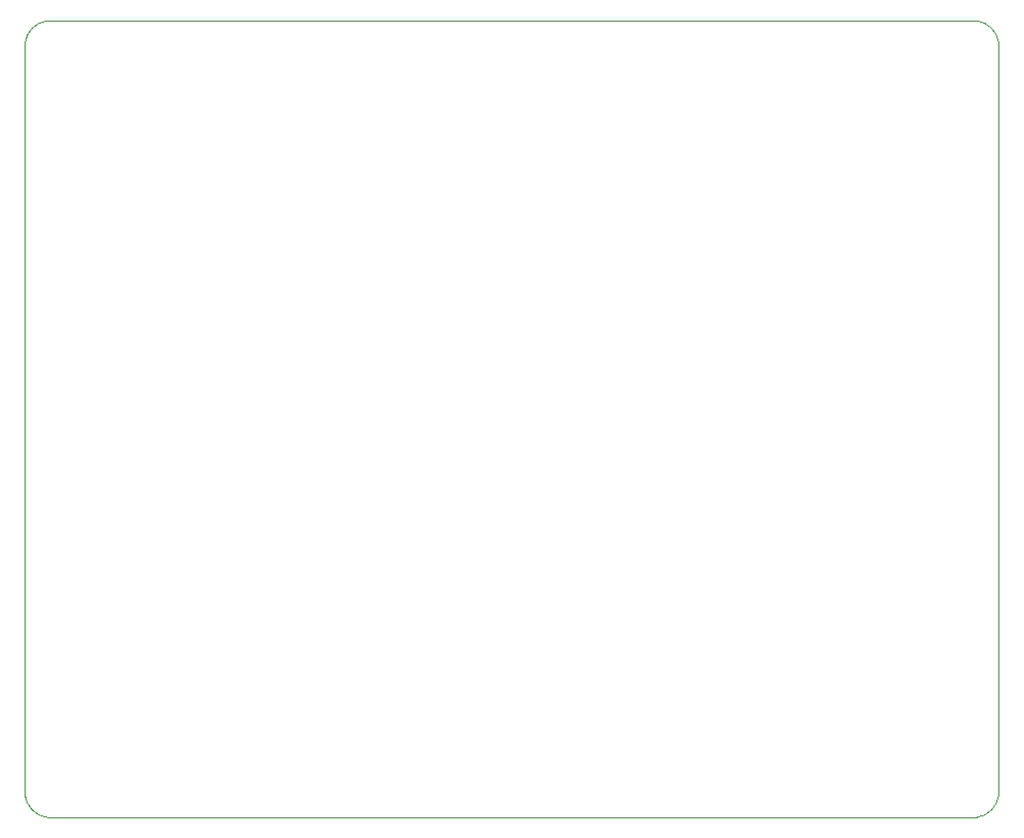
<source format=gbr>
%TF.GenerationSoftware,KiCad,Pcbnew,(6.0.0)*%
%TF.CreationDate,2022-01-26T17:49:50-05:00*%
%TF.ProjectId,aether,61657468-6572-42e6-9b69-6361645f7063,1*%
%TF.SameCoordinates,Original*%
%TF.FileFunction,Profile,NP*%
%FSLAX46Y46*%
G04 Gerber Fmt 4.6, Leading zero omitted, Abs format (unit mm)*
G04 Created by KiCad (PCBNEW (6.0.0)) date 2022-01-26 17:49:50*
%MOMM*%
%LPD*%
G01*
G04 APERTURE LIST*
%TA.AperFunction,Profile*%
%ADD10C,0.100000*%
%TD*%
G04 APERTURE END LIST*
D10*
X117616252Y-69608473D02*
G75*
G03*
X115711252Y-71513473I299373J-2204373D01*
G01*
X197622589Y-69604810D02*
X118882589Y-69604810D01*
X115707589Y-135009810D02*
X115711252Y-136276147D01*
X199527589Y-71509810D02*
G75*
G03*
X197622589Y-69604810I-2204373J-299373D01*
G01*
X115711252Y-71513473D02*
X115707589Y-135009810D01*
X197618926Y-138181147D02*
G75*
G03*
X199523926Y-136276147I-299373J2204373D01*
G01*
X199523926Y-136276147D02*
X199527589Y-71509810D01*
X196352589Y-138184810D02*
X197618926Y-138181147D01*
X117616252Y-138181147D02*
X196352589Y-138184810D01*
X115711252Y-136276147D02*
G75*
G03*
X117616252Y-138181147I2204373J299373D01*
G01*
X117616252Y-69608473D02*
X118882589Y-69604810D01*
M02*

</source>
